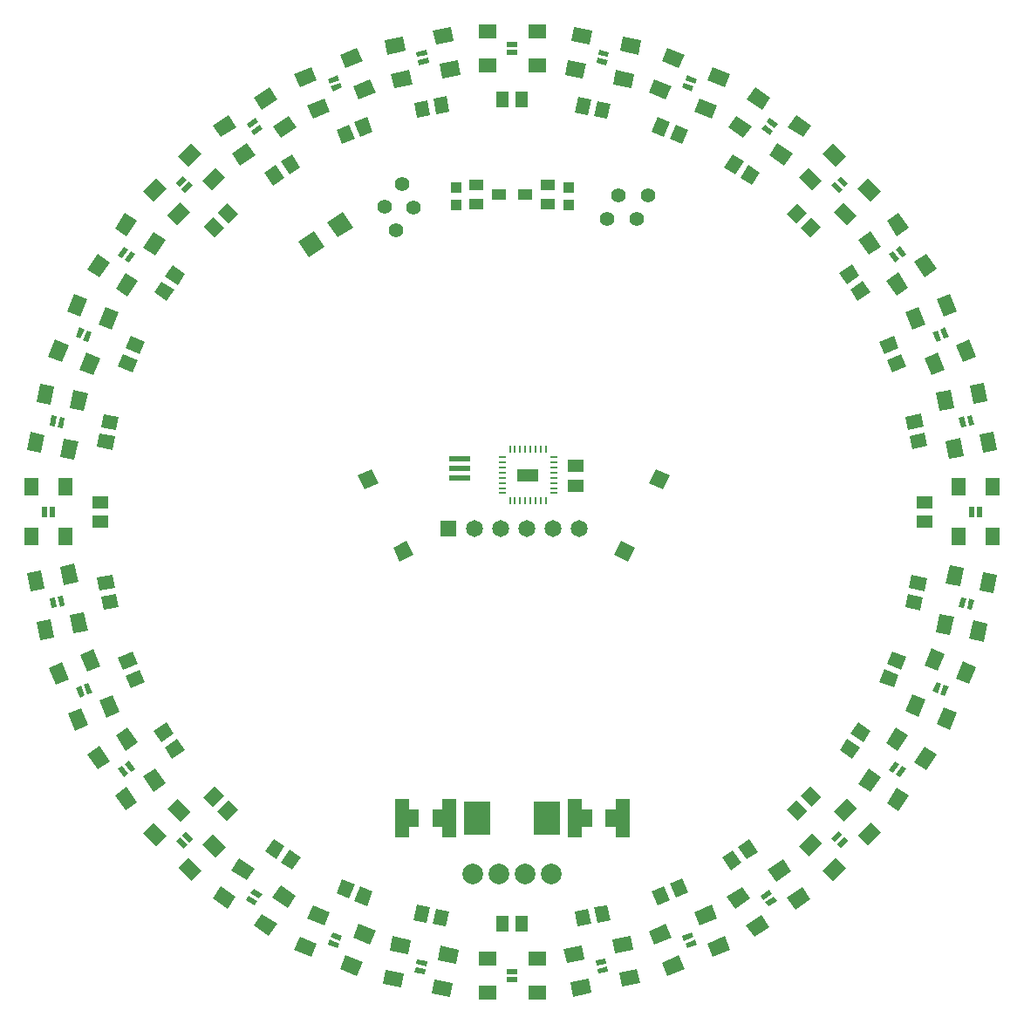
<source format=gbs>
%FSLAX34Y34*%
G04 Gerber Fmt 3.4, Leading zero omitted, Abs format*
G04 (created by PCBNEW (2014-06-29 BZR 4957)-product) date Tue 15 Jul 2014 06:01:12 PM CEST*
%MOIN*%
G01*
G70*
G90*
G04 APERTURE LIST*
%ADD10C,0.003937*%
%ADD11C,0.055118*%
%ADD12C,0.078740*%
%ADD13R,0.098400X0.129900*%
%ADD14R,0.070866X0.070866*%
%ADD15R,0.055118X0.149606*%
%ADD16R,0.010000X0.030000*%
%ADD17R,0.030000X0.010000*%
%ADD18R,0.078740X0.049213*%
%ADD19R,0.064961X0.064961*%
%ADD20C,0.064961*%
%ADD21R,0.059000X0.051100*%
%ADD22R,0.051100X0.059000*%
%ADD23R,0.078740X0.023622*%
%ADD24R,0.055118X0.070866*%
%ADD25R,0.019685X0.039370*%
%ADD26R,0.070866X0.055118*%
%ADD27R,0.039370X0.019685*%
%ADD28R,0.055118X0.039370*%
%ADD29R,0.043300X0.039300*%
G04 APERTURE END LIST*
G54D10*
G54D11*
X64246Y-25308D03*
X63128Y-25319D03*
X63808Y-26207D03*
X62690Y-26218D03*
X54845Y-24870D03*
X54165Y-25758D03*
X55283Y-25769D03*
X54603Y-26657D03*
G54D12*
X57562Y-51232D03*
X58562Y-51232D03*
X59562Y-51232D03*
X60562Y-51232D03*
G54D13*
X57716Y-49094D03*
X60394Y-49094D03*
G54D14*
X56338Y-49094D03*
X55157Y-49094D03*
G54D15*
X56653Y-49094D03*
X54842Y-49094D03*
G54D14*
X61771Y-49094D03*
X62952Y-49094D03*
G54D15*
X61456Y-49094D03*
X63267Y-49094D03*
G54D16*
X59161Y-36984D03*
X59358Y-36984D03*
X59555Y-36984D03*
X58964Y-36984D03*
G54D17*
X58669Y-36689D03*
X58669Y-36492D03*
X58669Y-36295D03*
X58669Y-36098D03*
X58669Y-35902D03*
X58669Y-35705D03*
X58669Y-35508D03*
X58669Y-35311D03*
G54D16*
X60342Y-35016D03*
X58964Y-35016D03*
X59161Y-35016D03*
X59358Y-35016D03*
X59555Y-35016D03*
X59751Y-35016D03*
X59948Y-35016D03*
X60145Y-35016D03*
G54D17*
X60637Y-35311D03*
X60637Y-35508D03*
X60637Y-35705D03*
X60637Y-35902D03*
X60637Y-36098D03*
X60637Y-36295D03*
X60637Y-36492D03*
X60637Y-36689D03*
G54D16*
X60342Y-36984D03*
X60145Y-36984D03*
X59948Y-36984D03*
X59751Y-36984D03*
G54D18*
X59653Y-36000D03*
G54D19*
X56606Y-38047D03*
G54D20*
X57606Y-38047D03*
X58606Y-38047D03*
X59606Y-38047D03*
X60606Y-38047D03*
X61606Y-38047D03*
G54D10*
G36*
X56543Y-21516D02*
X56659Y-22095D01*
X56158Y-22195D01*
X56042Y-21616D01*
X56543Y-21516D01*
X56543Y-21516D01*
G37*
G36*
X55810Y-21663D02*
X55925Y-22241D01*
X55424Y-22341D01*
X55309Y-21763D01*
X55810Y-21663D01*
X55810Y-21663D01*
G37*
G36*
X53500Y-22321D02*
X53725Y-22866D01*
X53253Y-23061D01*
X53028Y-22516D01*
X53500Y-22321D01*
X53500Y-22321D01*
G37*
G36*
X52809Y-22607D02*
X53034Y-23152D01*
X52562Y-23348D01*
X52337Y-22803D01*
X52809Y-22607D01*
X52809Y-22607D01*
G37*
G36*
X50634Y-23735D02*
X50962Y-24225D01*
X50538Y-24509D01*
X50209Y-24019D01*
X50634Y-23735D01*
X50634Y-23735D01*
G37*
G36*
X50013Y-24151D02*
X50341Y-24641D01*
X49916Y-24926D01*
X49588Y-24435D01*
X50013Y-24151D01*
X50013Y-24151D01*
G37*
G36*
X48149Y-25606D02*
X48567Y-26023D01*
X48205Y-26384D01*
X47788Y-25967D01*
X48149Y-25606D01*
X48149Y-25606D01*
G37*
G36*
X47620Y-26135D02*
X48038Y-26552D01*
X47676Y-26913D01*
X47259Y-26496D01*
X47620Y-26135D01*
X47620Y-26135D01*
G37*
G36*
X46068Y-27974D02*
X46559Y-28301D01*
X46275Y-28726D01*
X45784Y-28399D01*
X46068Y-27974D01*
X46068Y-27974D01*
G37*
G36*
X45653Y-28596D02*
X46144Y-28923D01*
X45860Y-29348D01*
X45369Y-29021D01*
X45653Y-28596D01*
X45653Y-28596D01*
G37*
G36*
X44476Y-30683D02*
X45021Y-30909D01*
X44825Y-31381D01*
X44280Y-31155D01*
X44476Y-30683D01*
X44476Y-30683D01*
G37*
G36*
X44189Y-31374D02*
X44735Y-31600D01*
X44539Y-32072D01*
X43994Y-31846D01*
X44189Y-31374D01*
X44189Y-31374D01*
G37*
G36*
X43435Y-33675D02*
X44014Y-33790D01*
X43914Y-34291D01*
X43335Y-34176D01*
X43435Y-33675D01*
X43435Y-33675D01*
G37*
G36*
X43289Y-34409D02*
X43868Y-34523D01*
X43769Y-35025D01*
X43190Y-34910D01*
X43289Y-34409D01*
X43289Y-34409D01*
G37*
G54D21*
X43307Y-37027D03*
X43307Y-37775D03*
G54D10*
G36*
X43189Y-39912D02*
X43768Y-39797D01*
X43868Y-40298D01*
X43289Y-40414D01*
X43189Y-39912D01*
X43189Y-39912D01*
G37*
G36*
X43336Y-40646D02*
X43914Y-40530D01*
X44014Y-41031D01*
X43436Y-41147D01*
X43336Y-40646D01*
X43336Y-40646D01*
G37*
G36*
X43994Y-42976D02*
X44539Y-42750D01*
X44735Y-43222D01*
X44189Y-43448D01*
X43994Y-42976D01*
X43994Y-42976D01*
G37*
G36*
X44280Y-43667D02*
X44825Y-43441D01*
X45021Y-43913D01*
X44476Y-44139D01*
X44280Y-43667D01*
X44280Y-43667D01*
G37*
G36*
X45349Y-45782D02*
X45839Y-45454D01*
X46124Y-45879D01*
X45633Y-46207D01*
X45349Y-45782D01*
X45349Y-45782D01*
G37*
G36*
X45765Y-46404D02*
X46255Y-46076D01*
X46540Y-46500D01*
X46049Y-46828D01*
X45765Y-46404D01*
X45765Y-46404D01*
G37*
G36*
X47259Y-48306D02*
X47676Y-47889D01*
X48038Y-48250D01*
X47620Y-48668D01*
X47259Y-48306D01*
X47259Y-48306D01*
G37*
G36*
X47788Y-48835D02*
X48205Y-48418D01*
X48567Y-48779D01*
X48149Y-49197D01*
X47788Y-48835D01*
X47788Y-48835D01*
G37*
G36*
X49607Y-50388D02*
X49935Y-49897D01*
X50360Y-50180D01*
X50033Y-50671D01*
X49607Y-50388D01*
X49607Y-50388D01*
G37*
G36*
X50230Y-50803D02*
X50557Y-50312D01*
X50982Y-50595D01*
X50655Y-51086D01*
X50230Y-50803D01*
X50230Y-50803D01*
G37*
G36*
X52337Y-51980D02*
X52562Y-51435D01*
X53034Y-51630D01*
X52809Y-52176D01*
X52337Y-51980D01*
X52337Y-51980D01*
G37*
G36*
X53028Y-52266D02*
X53253Y-51721D01*
X53725Y-51917D01*
X53500Y-52462D01*
X53028Y-52266D01*
X53028Y-52266D01*
G37*
G36*
X55289Y-53001D02*
X55404Y-52422D01*
X55905Y-52522D01*
X55791Y-53101D01*
X55289Y-53001D01*
X55289Y-53001D01*
G37*
G36*
X56023Y-53147D02*
X56138Y-52568D01*
X56639Y-52667D01*
X56524Y-53246D01*
X56023Y-53147D01*
X56023Y-53147D01*
G37*
G36*
X61563Y-53243D02*
X61452Y-52664D01*
X61953Y-52567D01*
X62065Y-53146D01*
X61563Y-53243D01*
X61563Y-53243D01*
G37*
G36*
X62298Y-53101D02*
X62186Y-52522D01*
X62688Y-52425D01*
X62799Y-53005D01*
X62298Y-53101D01*
X62298Y-53101D01*
G37*
G54D22*
X58681Y-53149D03*
X59429Y-53149D03*
G54D10*
G36*
X64612Y-52445D02*
X64384Y-51901D01*
X64855Y-51703D01*
X65083Y-52247D01*
X64612Y-52445D01*
X64612Y-52445D01*
G37*
G36*
X65302Y-52155D02*
X65073Y-51611D01*
X65544Y-51413D01*
X65773Y-51957D01*
X65302Y-52155D01*
X65302Y-52155D01*
G37*
G36*
X67398Y-51108D02*
X67069Y-50619D01*
X67492Y-50333D01*
X67822Y-50822D01*
X67398Y-51108D01*
X67398Y-51108D01*
G37*
G36*
X68019Y-50690D02*
X67689Y-50200D01*
X68112Y-49915D01*
X68442Y-50404D01*
X68019Y-50690D01*
X68019Y-50690D01*
G37*
G36*
X69960Y-49197D02*
X69543Y-48779D01*
X69904Y-48418D01*
X70321Y-48835D01*
X69960Y-49197D01*
X69960Y-49197D01*
G37*
G36*
X70489Y-48668D02*
X70072Y-48250D01*
X70433Y-47889D01*
X70850Y-48306D01*
X70489Y-48668D01*
X70489Y-48668D01*
G37*
G36*
X72060Y-46828D02*
X71570Y-46500D01*
X71854Y-46076D01*
X72344Y-46404D01*
X72060Y-46828D01*
X72060Y-46828D01*
G37*
G36*
X72476Y-46207D02*
X71986Y-45879D01*
X72270Y-45454D01*
X72760Y-45782D01*
X72476Y-46207D01*
X72476Y-46207D01*
G37*
G36*
X73634Y-44119D02*
X73088Y-43893D01*
X73284Y-43421D01*
X73829Y-43647D01*
X73634Y-44119D01*
X73634Y-44119D01*
G37*
G36*
X73920Y-43428D02*
X73375Y-43202D01*
X73570Y-42730D01*
X74115Y-42956D01*
X73920Y-43428D01*
X73920Y-43428D01*
G37*
G36*
X74654Y-41167D02*
X74075Y-41051D01*
X74175Y-40550D01*
X74754Y-40666D01*
X74654Y-41167D01*
X74654Y-41167D01*
G37*
G36*
X74800Y-40433D02*
X74222Y-40318D01*
X74322Y-39817D01*
X74900Y-39932D01*
X74800Y-40433D01*
X74800Y-40433D01*
G37*
G54D21*
X74803Y-37775D03*
X74803Y-37027D03*
G54D10*
G36*
X74919Y-34890D02*
X74340Y-35005D01*
X74241Y-34504D01*
X74820Y-34389D01*
X74919Y-34890D01*
X74919Y-34890D01*
G37*
G36*
X74774Y-34157D02*
X74195Y-34271D01*
X74096Y-33770D01*
X74674Y-33655D01*
X74774Y-34157D01*
X74774Y-34157D01*
G37*
G36*
X74115Y-31846D02*
X73570Y-32072D01*
X73375Y-31600D01*
X73920Y-31374D01*
X74115Y-31846D01*
X74115Y-31846D01*
G37*
G36*
X73829Y-31155D02*
X73284Y-31381D01*
X73088Y-30909D01*
X73634Y-30683D01*
X73829Y-31155D01*
X73829Y-31155D01*
G37*
G36*
X72740Y-29000D02*
X72250Y-29328D01*
X71966Y-28904D01*
X72456Y-28576D01*
X72740Y-29000D01*
X72740Y-29000D01*
G37*
G36*
X72324Y-28379D02*
X71834Y-28707D01*
X71550Y-28282D01*
X72040Y-27954D01*
X72324Y-28379D01*
X72324Y-28379D01*
G37*
G36*
X70850Y-26496D02*
X70433Y-26913D01*
X70072Y-26552D01*
X70489Y-26135D01*
X70850Y-26496D01*
X70850Y-26496D01*
G37*
G36*
X70321Y-25967D02*
X69904Y-26384D01*
X69543Y-26023D01*
X69960Y-25606D01*
X70321Y-25967D01*
X70321Y-25967D01*
G37*
G36*
X68522Y-24429D02*
X68198Y-24922D01*
X67771Y-24642D01*
X68095Y-24149D01*
X68522Y-24429D01*
X68522Y-24429D01*
G37*
G36*
X67897Y-24019D02*
X67573Y-24512D01*
X67146Y-24231D01*
X67470Y-23738D01*
X67897Y-24019D01*
X67897Y-24019D01*
G37*
G36*
X65773Y-22803D02*
X65547Y-23348D01*
X65075Y-23152D01*
X65301Y-22607D01*
X65773Y-22803D01*
X65773Y-22803D01*
G37*
G36*
X65082Y-22516D02*
X64856Y-23061D01*
X64384Y-22866D01*
X64610Y-22321D01*
X65082Y-22516D01*
X65082Y-22516D01*
G37*
G36*
X62801Y-21802D02*
X62685Y-22381D01*
X62184Y-22281D01*
X62299Y-21702D01*
X62801Y-21802D01*
X62801Y-21802D01*
G37*
G36*
X62067Y-21656D02*
X61951Y-22234D01*
X61450Y-22134D01*
X61566Y-21555D01*
X62067Y-21656D01*
X62067Y-21656D01*
G37*
G54D22*
X59429Y-21653D03*
X58681Y-21653D03*
G54D21*
X61492Y-35645D03*
X61492Y-36393D03*
G54D23*
X57039Y-36114D03*
X57039Y-35740D03*
X57039Y-35366D03*
G54D10*
G36*
X55288Y-39055D02*
X54757Y-39314D01*
X54498Y-38783D01*
X55029Y-38524D01*
X55288Y-39055D01*
X55288Y-39055D01*
G37*
G36*
X53942Y-36295D02*
X53411Y-36554D01*
X53152Y-36023D01*
X53683Y-35764D01*
X53942Y-36295D01*
X53942Y-36295D01*
G37*
G36*
X63478Y-39314D02*
X62947Y-39055D01*
X63206Y-38524D01*
X63737Y-38783D01*
X63478Y-39314D01*
X63478Y-39314D01*
G37*
G36*
X64824Y-36554D02*
X64294Y-36295D01*
X64552Y-35764D01*
X65083Y-36023D01*
X64824Y-36554D01*
X64824Y-36554D01*
G37*
G36*
X51275Y-27667D02*
X50881Y-27078D01*
X51470Y-26683D01*
X51864Y-27272D01*
X51275Y-27667D01*
X51275Y-27667D01*
G37*
G36*
X52387Y-26922D02*
X51993Y-26333D01*
X52582Y-25939D01*
X52976Y-26528D01*
X52387Y-26922D01*
X52387Y-26922D01*
G37*
G36*
X56830Y-19418D02*
X56135Y-19556D01*
X56027Y-19016D01*
X56722Y-18877D01*
X56830Y-19418D01*
X56830Y-19418D01*
G37*
G36*
X57085Y-20692D02*
X56390Y-20830D01*
X56282Y-20290D01*
X56977Y-20151D01*
X57085Y-20692D01*
X57085Y-20692D01*
G37*
G36*
X55232Y-21062D02*
X54537Y-21201D01*
X54429Y-20660D01*
X55124Y-20521D01*
X55232Y-21062D01*
X55232Y-21062D01*
G37*
G36*
X54977Y-19788D02*
X54282Y-19927D01*
X54174Y-19386D01*
X54869Y-19247D01*
X54977Y-19788D01*
X54977Y-19788D01*
G37*
G36*
X55811Y-19942D02*
X55425Y-20020D01*
X55386Y-19826D01*
X55772Y-19749D01*
X55811Y-19942D01*
X55811Y-19942D01*
G37*
G36*
X55873Y-20251D02*
X55487Y-20328D01*
X55448Y-20135D01*
X55834Y-20058D01*
X55873Y-20251D01*
X55873Y-20251D01*
G37*
G36*
X53340Y-20180D02*
X52685Y-20452D01*
X52475Y-19942D01*
X53129Y-19671D01*
X53340Y-20180D01*
X53340Y-20180D01*
G37*
G36*
X53837Y-21381D02*
X53183Y-21652D01*
X52972Y-21143D01*
X53626Y-20871D01*
X53837Y-21381D01*
X53837Y-21381D01*
G37*
G36*
X52091Y-22104D02*
X51437Y-22375D01*
X51226Y-21866D01*
X51880Y-21595D01*
X52091Y-22104D01*
X52091Y-22104D01*
G37*
G36*
X51594Y-20904D02*
X50940Y-21175D01*
X50729Y-20666D01*
X51383Y-20394D01*
X51594Y-20904D01*
X51594Y-20904D01*
G37*
G36*
X52442Y-20893D02*
X52078Y-21044D01*
X52003Y-20862D01*
X52367Y-20711D01*
X52442Y-20893D01*
X52442Y-20893D01*
G37*
G36*
X52563Y-21184D02*
X52199Y-21335D01*
X52124Y-21153D01*
X52487Y-21002D01*
X52563Y-21184D01*
X52563Y-21184D01*
G37*
G36*
X50084Y-21643D02*
X49495Y-22037D01*
X49188Y-21579D01*
X49777Y-21185D01*
X50084Y-21643D01*
X50084Y-21643D01*
G37*
G36*
X50806Y-22723D02*
X50218Y-23117D01*
X49911Y-22659D01*
X50500Y-22265D01*
X50806Y-22723D01*
X50806Y-22723D01*
G37*
G36*
X49236Y-23774D02*
X48647Y-24168D01*
X48341Y-23710D01*
X48929Y-23316D01*
X49236Y-23774D01*
X49236Y-23774D01*
G37*
G36*
X48513Y-22694D02*
X47924Y-23089D01*
X47618Y-22631D01*
X48207Y-22236D01*
X48513Y-22694D01*
X48513Y-22694D01*
G37*
G36*
X49343Y-22518D02*
X49016Y-22737D01*
X48906Y-22574D01*
X49233Y-22355D01*
X49343Y-22518D01*
X49343Y-22518D01*
G37*
G36*
X49518Y-22780D02*
X49191Y-22999D01*
X49081Y-22835D01*
X49409Y-22616D01*
X49518Y-22780D01*
X49518Y-22780D01*
G37*
G36*
X47169Y-23698D02*
X46668Y-24199D01*
X46279Y-23810D01*
X46780Y-23308D01*
X47169Y-23698D01*
X47169Y-23698D01*
G37*
G36*
X48088Y-24617D02*
X47587Y-25118D01*
X47197Y-24728D01*
X47698Y-24227D01*
X48088Y-24617D01*
X48088Y-24617D01*
G37*
G36*
X46752Y-25953D02*
X46251Y-26454D01*
X45861Y-26065D01*
X46362Y-25563D01*
X46752Y-25953D01*
X46752Y-25953D01*
G37*
G36*
X45833Y-25035D02*
X45332Y-25536D01*
X44942Y-25146D01*
X45443Y-24645D01*
X45833Y-25035D01*
X45833Y-25035D01*
G37*
G36*
X46613Y-24700D02*
X46334Y-24979D01*
X46195Y-24840D01*
X46473Y-24561D01*
X46613Y-24700D01*
X46613Y-24700D01*
G37*
G36*
X46835Y-24923D02*
X46557Y-25202D01*
X46418Y-25062D01*
X46696Y-24784D01*
X46835Y-24923D01*
X46835Y-24923D01*
G37*
G36*
X44720Y-26290D02*
X44327Y-26879D01*
X43868Y-26574D01*
X44262Y-25984D01*
X44720Y-26290D01*
X44720Y-26290D01*
G37*
G36*
X45801Y-27011D02*
X45408Y-27600D01*
X44949Y-27294D01*
X45343Y-26705D01*
X45801Y-27011D01*
X45801Y-27011D01*
G37*
G36*
X44753Y-28583D02*
X44359Y-29172D01*
X43901Y-28867D01*
X44294Y-28277D01*
X44753Y-28583D01*
X44753Y-28583D01*
G37*
G36*
X43672Y-27862D02*
X43278Y-28452D01*
X42820Y-28146D01*
X43213Y-27556D01*
X43672Y-27862D01*
X43672Y-27862D01*
G37*
G36*
X44371Y-27382D02*
X44152Y-27709D01*
X43988Y-27600D01*
X44207Y-27272D01*
X44371Y-27382D01*
X44371Y-27382D01*
G37*
G36*
X44633Y-27556D02*
X44414Y-27884D01*
X44250Y-27775D01*
X44469Y-27447D01*
X44633Y-27556D01*
X44633Y-27556D01*
G37*
G36*
X42828Y-29286D02*
X42557Y-29941D01*
X42048Y-29730D01*
X42319Y-29075D01*
X42828Y-29286D01*
X42828Y-29286D01*
G37*
G36*
X44029Y-29783D02*
X43757Y-30438D01*
X43248Y-30227D01*
X43519Y-29572D01*
X44029Y-29783D01*
X44029Y-29783D01*
G37*
G36*
X43305Y-31529D02*
X43034Y-32184D01*
X42525Y-31973D01*
X42796Y-31318D01*
X43305Y-31529D01*
X43305Y-31529D01*
G37*
G36*
X42105Y-31032D02*
X41834Y-31687D01*
X41325Y-31476D01*
X41596Y-30821D01*
X42105Y-31032D01*
X42105Y-31032D01*
G37*
G36*
X42697Y-30425D02*
X42547Y-30789D01*
X42365Y-30713D01*
X42516Y-30350D01*
X42697Y-30425D01*
X42697Y-30425D01*
G37*
G36*
X42988Y-30545D02*
X42838Y-30909D01*
X42656Y-30834D01*
X42807Y-30470D01*
X42988Y-30545D01*
X42988Y-30545D01*
G37*
G36*
X41558Y-32609D02*
X41421Y-33304D01*
X40880Y-33197D01*
X41018Y-32502D01*
X41558Y-32609D01*
X41558Y-32609D01*
G37*
G36*
X42833Y-32861D02*
X42695Y-33557D01*
X42154Y-33450D01*
X42292Y-32754D01*
X42833Y-32861D01*
X42833Y-32861D01*
G37*
G36*
X42466Y-34715D02*
X42328Y-35410D01*
X41787Y-35303D01*
X41925Y-34608D01*
X42466Y-34715D01*
X42466Y-34715D01*
G37*
G36*
X41191Y-34463D02*
X41053Y-35158D01*
X40513Y-35051D01*
X40650Y-34356D01*
X41191Y-34463D01*
X41191Y-34463D01*
G37*
G36*
X41653Y-33752D02*
X41577Y-34138D01*
X41383Y-34100D01*
X41460Y-33713D01*
X41653Y-33752D01*
X41653Y-33752D01*
G37*
G36*
X41962Y-33813D02*
X41886Y-34199D01*
X41692Y-34161D01*
X41769Y-33775D01*
X41962Y-33813D01*
X41962Y-33813D01*
G37*
G54D24*
X40688Y-36456D03*
X41988Y-36456D03*
X41988Y-38346D03*
X40688Y-38346D03*
G54D25*
X41181Y-37401D03*
X41496Y-37401D03*
G54D10*
G36*
X41051Y-39645D02*
X41190Y-40340D01*
X40650Y-40448D01*
X40511Y-39753D01*
X41051Y-39645D01*
X41051Y-39645D01*
G37*
G36*
X42325Y-39391D02*
X42464Y-40086D01*
X41924Y-40194D01*
X41785Y-39499D01*
X42325Y-39391D01*
X42325Y-39391D01*
G37*
G36*
X42696Y-41244D02*
X42835Y-41939D01*
X42294Y-42047D01*
X42155Y-41352D01*
X42696Y-41244D01*
X42696Y-41244D01*
G37*
G36*
X41422Y-41498D02*
X41561Y-42193D01*
X41020Y-42301D01*
X40881Y-41606D01*
X41422Y-41498D01*
X41422Y-41498D01*
G37*
G36*
X41576Y-40664D02*
X41653Y-41051D01*
X41460Y-41089D01*
X41383Y-40703D01*
X41576Y-40664D01*
X41576Y-40664D01*
G37*
G36*
X41885Y-40603D02*
X41962Y-40989D01*
X41769Y-41027D01*
X41692Y-40641D01*
X41885Y-40603D01*
X41885Y-40603D01*
G37*
G36*
X41854Y-43155D02*
X42125Y-43810D01*
X41616Y-44021D01*
X41344Y-43366D01*
X41854Y-43155D01*
X41854Y-43155D01*
G37*
G36*
X43054Y-42658D02*
X43325Y-43312D01*
X42816Y-43523D01*
X42545Y-42869D01*
X43054Y-42658D01*
X43054Y-42658D01*
G37*
G36*
X43777Y-44404D02*
X44048Y-45058D01*
X43539Y-45269D01*
X43268Y-44615D01*
X43777Y-44404D01*
X43777Y-44404D01*
G37*
G36*
X42577Y-44901D02*
X42848Y-45556D01*
X42339Y-45766D01*
X42068Y-45112D01*
X42577Y-44901D01*
X42577Y-44901D01*
G37*
G36*
X42566Y-44053D02*
X42717Y-44417D01*
X42535Y-44492D01*
X42385Y-44128D01*
X42566Y-44053D01*
X42566Y-44053D01*
G37*
G36*
X42857Y-43932D02*
X43008Y-44296D01*
X42826Y-44371D01*
X42676Y-44008D01*
X42857Y-43932D01*
X42857Y-43932D01*
G37*
G36*
X43277Y-46352D02*
X43671Y-46941D01*
X43213Y-47248D01*
X42819Y-46659D01*
X43277Y-46352D01*
X43277Y-46352D01*
G37*
G36*
X44357Y-45630D02*
X44751Y-46218D01*
X44293Y-46525D01*
X43899Y-45936D01*
X44357Y-45630D01*
X44357Y-45630D01*
G37*
G36*
X45408Y-47200D02*
X45802Y-47789D01*
X45344Y-48095D01*
X44950Y-47507D01*
X45408Y-47200D01*
X45408Y-47200D01*
G37*
G36*
X44328Y-47923D02*
X44722Y-48512D01*
X44264Y-48818D01*
X43870Y-48229D01*
X44328Y-47923D01*
X44328Y-47923D01*
G37*
G36*
X44152Y-47093D02*
X44371Y-47420D01*
X44207Y-47530D01*
X43988Y-47203D01*
X44152Y-47093D01*
X44152Y-47093D01*
G37*
G36*
X44414Y-46918D02*
X44633Y-47245D01*
X44469Y-47355D01*
X44250Y-47027D01*
X44414Y-46918D01*
X44414Y-46918D01*
G37*
G36*
X45352Y-49286D02*
X45853Y-49787D01*
X45463Y-50177D01*
X44962Y-49676D01*
X45352Y-49286D01*
X45352Y-49286D01*
G37*
G36*
X46270Y-48368D02*
X46772Y-48869D01*
X46382Y-49258D01*
X45881Y-48757D01*
X46270Y-48368D01*
X46270Y-48368D01*
G37*
G36*
X47607Y-49704D02*
X48108Y-50205D01*
X47718Y-50595D01*
X47217Y-50094D01*
X47607Y-49704D01*
X47607Y-49704D01*
G37*
G36*
X46688Y-50622D02*
X47189Y-51124D01*
X46799Y-51513D01*
X46298Y-51012D01*
X46688Y-50622D01*
X46688Y-50622D01*
G37*
G36*
X46354Y-49843D02*
X46632Y-50121D01*
X46493Y-50261D01*
X46215Y-49982D01*
X46354Y-49843D01*
X46354Y-49843D01*
G37*
G36*
X46577Y-49620D02*
X46855Y-49899D01*
X46716Y-50038D01*
X46437Y-49759D01*
X46577Y-49620D01*
X46577Y-49620D01*
G37*
G36*
X47904Y-51716D02*
X48494Y-52109D01*
X48188Y-52568D01*
X47598Y-52174D01*
X47904Y-51716D01*
X47904Y-51716D01*
G37*
G36*
X48625Y-50635D02*
X49214Y-51028D01*
X48909Y-51487D01*
X48319Y-51093D01*
X48625Y-50635D01*
X48625Y-50635D01*
G37*
G36*
X50197Y-51683D02*
X50787Y-52077D01*
X50481Y-52535D01*
X49891Y-52142D01*
X50197Y-51683D01*
X50197Y-51683D01*
G37*
G36*
X49476Y-52764D02*
X50066Y-53158D01*
X49760Y-53616D01*
X49170Y-53223D01*
X49476Y-52764D01*
X49476Y-52764D01*
G37*
G36*
X48996Y-52065D02*
X49323Y-52284D01*
X49214Y-52448D01*
X48887Y-52229D01*
X48996Y-52065D01*
X48996Y-52065D01*
G37*
G36*
X49171Y-51803D02*
X49498Y-52022D01*
X49389Y-52186D01*
X49061Y-51967D01*
X49171Y-51803D01*
X49171Y-51803D01*
G37*
G36*
X50940Y-53627D02*
X51594Y-53899D01*
X51383Y-54408D01*
X50729Y-54137D01*
X50940Y-53627D01*
X50940Y-53627D01*
G37*
G36*
X51437Y-52427D02*
X52091Y-52698D01*
X51880Y-53207D01*
X51226Y-52936D01*
X51437Y-52427D01*
X51437Y-52427D01*
G37*
G36*
X53183Y-53150D02*
X53837Y-53421D01*
X53626Y-53931D01*
X52972Y-53659D01*
X53183Y-53150D01*
X53183Y-53150D01*
G37*
G36*
X52685Y-54351D02*
X53340Y-54622D01*
X53129Y-55131D01*
X52475Y-54860D01*
X52685Y-54351D01*
X52685Y-54351D01*
G37*
G36*
X52078Y-53758D02*
X52442Y-53909D01*
X52367Y-54091D01*
X52003Y-53940D01*
X52078Y-53758D01*
X52078Y-53758D01*
G37*
G36*
X52199Y-53467D02*
X52563Y-53618D01*
X52487Y-53800D01*
X52124Y-53649D01*
X52199Y-53467D01*
X52199Y-53467D01*
G37*
G36*
X54223Y-54898D02*
X54918Y-55035D01*
X54811Y-55576D01*
X54116Y-55438D01*
X54223Y-54898D01*
X54223Y-54898D01*
G37*
G36*
X54476Y-53623D02*
X55171Y-53761D01*
X55064Y-54301D01*
X54369Y-54164D01*
X54476Y-53623D01*
X54476Y-53623D01*
G37*
G36*
X56329Y-53990D02*
X57025Y-54128D01*
X56917Y-54668D01*
X56222Y-54531D01*
X56329Y-53990D01*
X56329Y-53990D01*
G37*
G36*
X56077Y-55265D02*
X56772Y-55402D01*
X56665Y-55943D01*
X55970Y-55805D01*
X56077Y-55265D01*
X56077Y-55265D01*
G37*
G36*
X55366Y-54803D02*
X55752Y-54879D01*
X55714Y-55072D01*
X55328Y-54996D01*
X55366Y-54803D01*
X55366Y-54803D01*
G37*
G36*
X55427Y-54494D02*
X55813Y-54570D01*
X55775Y-54763D01*
X55389Y-54687D01*
X55427Y-54494D01*
X55427Y-54494D01*
G37*
G54D26*
X58110Y-55767D03*
X58110Y-54468D03*
X60000Y-54468D03*
X60000Y-55767D03*
G54D27*
X59055Y-55275D03*
X59055Y-54960D03*
G54D10*
G36*
X61282Y-55391D02*
X61977Y-55248D01*
X62087Y-55788D01*
X61393Y-55931D01*
X61282Y-55391D01*
X61282Y-55391D01*
G37*
G36*
X61021Y-54118D02*
X61715Y-53976D01*
X61826Y-54516D01*
X61132Y-54658D01*
X61021Y-54118D01*
X61021Y-54118D01*
G37*
G36*
X62872Y-53738D02*
X63566Y-53596D01*
X63677Y-54136D01*
X62983Y-54278D01*
X62872Y-53738D01*
X62872Y-53738D01*
G37*
G36*
X63134Y-55011D02*
X63828Y-54868D01*
X63939Y-55408D01*
X63244Y-55551D01*
X63134Y-55011D01*
X63134Y-55011D01*
G37*
G36*
X62299Y-54861D02*
X62685Y-54782D01*
X62724Y-54974D01*
X62338Y-55054D01*
X62299Y-54861D01*
X62299Y-54861D01*
G37*
G36*
X62236Y-54552D02*
X62621Y-54473D01*
X62661Y-54666D01*
X62275Y-54745D01*
X62236Y-54552D01*
X62236Y-54552D01*
G37*
G36*
X64774Y-54627D02*
X65427Y-54353D01*
X65640Y-54861D01*
X64987Y-55135D01*
X64774Y-54627D01*
X64774Y-54627D01*
G37*
G36*
X64270Y-53430D02*
X64923Y-53155D01*
X65137Y-53663D01*
X64484Y-53938D01*
X64270Y-53430D01*
X64270Y-53430D01*
G37*
G36*
X66012Y-52697D02*
X66665Y-52423D01*
X66879Y-52931D01*
X66226Y-53205D01*
X66012Y-52697D01*
X66012Y-52697D01*
G37*
G36*
X66516Y-53895D02*
X67169Y-53620D01*
X67382Y-54128D01*
X66729Y-54403D01*
X66516Y-53895D01*
X66516Y-53895D01*
G37*
G36*
X65668Y-53910D02*
X66031Y-53757D01*
X66107Y-53939D01*
X65744Y-54091D01*
X65668Y-53910D01*
X65668Y-53910D01*
G37*
G36*
X65546Y-53619D02*
X65909Y-53467D01*
X65985Y-53648D01*
X65622Y-53801D01*
X65546Y-53619D01*
X65546Y-53619D01*
G37*
G36*
X67990Y-53201D02*
X68577Y-52805D01*
X68886Y-53262D01*
X68298Y-53658D01*
X67990Y-53201D01*
X67990Y-53201D01*
G37*
G36*
X67263Y-52124D02*
X67851Y-51728D01*
X68159Y-52185D01*
X67572Y-52581D01*
X67263Y-52124D01*
X67263Y-52124D01*
G37*
G36*
X68830Y-51068D02*
X69418Y-50671D01*
X69726Y-51128D01*
X69138Y-51525D01*
X68830Y-51068D01*
X68830Y-51068D01*
G37*
G36*
X69557Y-52145D02*
X70144Y-51748D01*
X70452Y-52205D01*
X69865Y-52602D01*
X69557Y-52145D01*
X69557Y-52145D01*
G37*
G36*
X68728Y-52324D02*
X69054Y-52104D01*
X69164Y-52267D01*
X68838Y-52487D01*
X68728Y-52324D01*
X68728Y-52324D01*
G37*
G36*
X68551Y-52063D02*
X68878Y-51843D01*
X68988Y-52006D01*
X68662Y-52226D01*
X68551Y-52063D01*
X68551Y-52063D01*
G37*
G36*
X70922Y-51105D02*
X71422Y-50603D01*
X71813Y-50992D01*
X71313Y-51494D01*
X70922Y-51105D01*
X70922Y-51105D01*
G37*
G36*
X70002Y-50188D02*
X70502Y-49686D01*
X70893Y-50075D01*
X70392Y-50577D01*
X70002Y-50188D01*
X70002Y-50188D01*
G37*
G36*
X71336Y-48849D02*
X71836Y-48347D01*
X72226Y-48736D01*
X71726Y-49238D01*
X71336Y-48849D01*
X71336Y-48849D01*
G37*
G36*
X72256Y-49766D02*
X72756Y-49264D01*
X73147Y-49654D01*
X72647Y-50156D01*
X72256Y-49766D01*
X72256Y-49766D01*
G37*
G36*
X71477Y-50102D02*
X71755Y-49823D01*
X71895Y-49962D01*
X71617Y-50241D01*
X71477Y-50102D01*
X71477Y-50102D01*
G37*
G36*
X71254Y-49880D02*
X71532Y-49601D01*
X71671Y-49740D01*
X71394Y-50019D01*
X71254Y-49880D01*
X71254Y-49880D01*
G37*
G36*
X73369Y-48532D02*
X73763Y-47942D01*
X74221Y-48248D01*
X73828Y-48838D01*
X73369Y-48532D01*
X73369Y-48532D01*
G37*
G36*
X72288Y-47811D02*
X72682Y-47222D01*
X73140Y-47527D01*
X72747Y-48117D01*
X72288Y-47811D01*
X72288Y-47811D01*
G37*
G36*
X73337Y-46239D02*
X73730Y-45649D01*
X74189Y-45955D01*
X73796Y-46545D01*
X73337Y-46239D01*
X73337Y-46239D01*
G37*
G36*
X74418Y-46960D02*
X74811Y-46370D01*
X75270Y-46676D01*
X74876Y-47266D01*
X74418Y-46960D01*
X74418Y-46960D01*
G37*
G36*
X73719Y-47440D02*
X73937Y-47113D01*
X74101Y-47222D01*
X73883Y-47549D01*
X73719Y-47440D01*
X73719Y-47440D01*
G37*
G36*
X73457Y-47265D02*
X73675Y-46938D01*
X73839Y-47047D01*
X73621Y-47375D01*
X73457Y-47265D01*
X73457Y-47265D01*
G37*
G36*
X75281Y-45516D02*
X75552Y-44861D01*
X76061Y-45072D01*
X75790Y-45727D01*
X75281Y-45516D01*
X75281Y-45516D01*
G37*
G36*
X74081Y-45019D02*
X74352Y-44364D01*
X74861Y-44575D01*
X74590Y-45230D01*
X74081Y-45019D01*
X74081Y-45019D01*
G37*
G36*
X74804Y-43273D02*
X75075Y-42618D01*
X75584Y-42829D01*
X75313Y-43484D01*
X74804Y-43273D01*
X74804Y-43273D01*
G37*
G36*
X76004Y-43770D02*
X76275Y-43116D01*
X76785Y-43326D01*
X76513Y-43981D01*
X76004Y-43770D01*
X76004Y-43770D01*
G37*
G36*
X75412Y-44377D02*
X75562Y-44013D01*
X75744Y-44089D01*
X75594Y-44453D01*
X75412Y-44377D01*
X75412Y-44377D01*
G37*
G36*
X75121Y-44257D02*
X75271Y-43893D01*
X75453Y-43968D01*
X75303Y-44332D01*
X75121Y-44257D01*
X75121Y-44257D01*
G37*
G36*
X76529Y-42252D02*
X76668Y-41557D01*
X77208Y-41665D01*
X77070Y-42360D01*
X76529Y-42252D01*
X76529Y-42252D01*
G37*
G36*
X75255Y-41998D02*
X75394Y-41303D01*
X75934Y-41411D01*
X75795Y-42106D01*
X75255Y-41998D01*
X75255Y-41998D01*
G37*
G36*
X75625Y-40145D02*
X75764Y-39450D01*
X76305Y-39558D01*
X76166Y-40253D01*
X75625Y-40145D01*
X75625Y-40145D01*
G37*
G36*
X76899Y-40399D02*
X77038Y-39704D01*
X77579Y-39812D01*
X77440Y-40507D01*
X76899Y-40399D01*
X76899Y-40399D01*
G37*
G36*
X76436Y-41110D02*
X76513Y-40724D01*
X76706Y-40762D01*
X76629Y-41148D01*
X76436Y-41110D01*
X76436Y-41110D01*
G37*
G36*
X76127Y-41048D02*
X76204Y-40662D01*
X76397Y-40700D01*
X76320Y-41086D01*
X76127Y-41048D01*
X76127Y-41048D01*
G37*
G54D24*
X77421Y-38346D03*
X76122Y-38346D03*
X76122Y-36456D03*
X77421Y-36456D03*
G54D25*
X76929Y-37401D03*
X76614Y-37401D03*
G54D10*
G36*
X77036Y-35138D02*
X76898Y-34443D01*
X77439Y-34336D01*
X77577Y-35031D01*
X77036Y-35138D01*
X77036Y-35138D01*
G37*
G36*
X75762Y-35391D02*
X75624Y-34696D01*
X76165Y-34588D01*
X76302Y-35284D01*
X75762Y-35391D01*
X75762Y-35391D01*
G37*
G36*
X75395Y-33537D02*
X75257Y-32842D01*
X75798Y-32735D01*
X75935Y-33430D01*
X75395Y-33537D01*
X75395Y-33537D01*
G37*
G36*
X76669Y-33285D02*
X76531Y-32589D01*
X77072Y-32482D01*
X77210Y-33177D01*
X76669Y-33285D01*
X76669Y-33285D01*
G37*
G36*
X76513Y-34118D02*
X76437Y-33732D01*
X76630Y-33694D01*
X76706Y-34080D01*
X76513Y-34118D01*
X76513Y-34118D01*
G37*
G36*
X76204Y-34179D02*
X76128Y-33793D01*
X76321Y-33755D01*
X76397Y-34141D01*
X76204Y-34179D01*
X76204Y-34179D01*
G37*
G36*
X76273Y-31688D02*
X76003Y-31033D01*
X76513Y-30823D01*
X76783Y-31478D01*
X76273Y-31688D01*
X76273Y-31688D01*
G37*
G36*
X75072Y-32183D02*
X74802Y-31528D01*
X75312Y-31318D01*
X75582Y-31973D01*
X75072Y-32183D01*
X75072Y-32183D01*
G37*
G36*
X74352Y-30436D02*
X74082Y-29781D01*
X74592Y-29571D01*
X74862Y-30226D01*
X74352Y-30436D01*
X74352Y-30436D01*
G37*
G36*
X75553Y-29941D02*
X75283Y-29286D01*
X75793Y-29076D01*
X76063Y-29731D01*
X75553Y-29941D01*
X75553Y-29941D01*
G37*
G36*
X75562Y-30789D02*
X75412Y-30425D01*
X75594Y-30350D01*
X75744Y-30714D01*
X75562Y-30789D01*
X75562Y-30789D01*
G37*
G36*
X75271Y-30909D02*
X75121Y-30545D01*
X75303Y-30470D01*
X75453Y-30834D01*
X75271Y-30909D01*
X75271Y-30909D01*
G37*
G36*
X74813Y-28430D02*
X74418Y-27841D01*
X74876Y-27535D01*
X75271Y-28123D01*
X74813Y-28430D01*
X74813Y-28430D01*
G37*
G36*
X73733Y-29153D02*
X73339Y-28564D01*
X73797Y-28257D01*
X74191Y-28846D01*
X73733Y-29153D01*
X73733Y-29153D01*
G37*
G36*
X72682Y-27582D02*
X72287Y-26994D01*
X72745Y-26687D01*
X73140Y-27276D01*
X72682Y-27582D01*
X72682Y-27582D01*
G37*
G36*
X73761Y-26860D02*
X73367Y-26271D01*
X73825Y-25964D01*
X74219Y-26553D01*
X73761Y-26860D01*
X73761Y-26860D01*
G37*
G36*
X73938Y-27689D02*
X73719Y-27362D01*
X73882Y-27253D01*
X74101Y-27580D01*
X73938Y-27689D01*
X73938Y-27689D01*
G37*
G36*
X73676Y-27864D02*
X73457Y-27537D01*
X73620Y-27428D01*
X73839Y-27755D01*
X73676Y-27864D01*
X73676Y-27864D01*
G37*
G36*
X72757Y-25536D02*
X72256Y-25035D01*
X72646Y-24645D01*
X73147Y-25146D01*
X72757Y-25536D01*
X72757Y-25536D01*
G37*
G36*
X71839Y-26454D02*
X71338Y-25953D01*
X71727Y-25563D01*
X72229Y-26065D01*
X71839Y-26454D01*
X71839Y-26454D01*
G37*
G36*
X70503Y-25118D02*
X70001Y-24617D01*
X70391Y-24227D01*
X70892Y-24728D01*
X70503Y-25118D01*
X70503Y-25118D01*
G37*
G36*
X71421Y-24199D02*
X70920Y-23698D01*
X71310Y-23308D01*
X71811Y-23810D01*
X71421Y-24199D01*
X71421Y-24199D01*
G37*
G36*
X71755Y-24979D02*
X71477Y-24700D01*
X71616Y-24561D01*
X71894Y-24840D01*
X71755Y-24979D01*
X71755Y-24979D01*
G37*
G36*
X71533Y-25202D02*
X71254Y-24923D01*
X71393Y-24784D01*
X71672Y-25062D01*
X71533Y-25202D01*
X71533Y-25202D01*
G37*
G36*
X70185Y-23089D02*
X69596Y-22694D01*
X69903Y-22236D01*
X70491Y-22631D01*
X70185Y-23089D01*
X70185Y-23089D01*
G37*
G36*
X69462Y-24168D02*
X68873Y-23774D01*
X69180Y-23316D01*
X69769Y-23710D01*
X69462Y-24168D01*
X69462Y-24168D01*
G37*
G36*
X67892Y-23117D02*
X67303Y-22723D01*
X67609Y-22265D01*
X68198Y-22659D01*
X67892Y-23117D01*
X67892Y-23117D01*
G37*
G36*
X68614Y-22037D02*
X68026Y-21643D01*
X68332Y-21185D01*
X68921Y-21579D01*
X68614Y-22037D01*
X68614Y-22037D01*
G37*
G36*
X69094Y-22737D02*
X68766Y-22518D01*
X68876Y-22355D01*
X69203Y-22574D01*
X69094Y-22737D01*
X69094Y-22737D01*
G37*
G36*
X68918Y-22999D02*
X68591Y-22780D01*
X68701Y-22616D01*
X69028Y-22835D01*
X68918Y-22999D01*
X68918Y-22999D01*
G37*
G36*
X67170Y-21175D02*
X66515Y-20904D01*
X66726Y-20394D01*
X67381Y-20666D01*
X67170Y-21175D01*
X67170Y-21175D01*
G37*
G36*
X66673Y-22375D02*
X66018Y-22104D01*
X66229Y-21595D01*
X66883Y-21866D01*
X66673Y-22375D01*
X66673Y-22375D01*
G37*
G36*
X64927Y-21652D02*
X64272Y-21381D01*
X64483Y-20871D01*
X65138Y-21143D01*
X64927Y-21652D01*
X64927Y-21652D01*
G37*
G36*
X65424Y-20452D02*
X64769Y-20180D01*
X64980Y-19671D01*
X65635Y-19942D01*
X65424Y-20452D01*
X65424Y-20452D01*
G37*
G36*
X66031Y-21044D02*
X65667Y-20893D01*
X65742Y-20711D01*
X66106Y-20862D01*
X66031Y-21044D01*
X66031Y-21044D01*
G37*
G36*
X65910Y-21335D02*
X65546Y-21184D01*
X65622Y-21002D01*
X65986Y-21153D01*
X65910Y-21335D01*
X65910Y-21335D01*
G37*
G36*
X63866Y-19927D02*
X63172Y-19788D01*
X63280Y-19247D01*
X63975Y-19386D01*
X63866Y-19927D01*
X63866Y-19927D01*
G37*
G36*
X63612Y-21201D02*
X62917Y-21062D01*
X63025Y-20521D01*
X63720Y-20660D01*
X63612Y-21201D01*
X63612Y-21201D01*
G37*
G36*
X61759Y-20830D02*
X61064Y-20692D01*
X61172Y-20151D01*
X61867Y-20290D01*
X61759Y-20830D01*
X61759Y-20830D01*
G37*
G36*
X62013Y-19556D02*
X61318Y-19418D01*
X61426Y-18877D01*
X62121Y-19016D01*
X62013Y-19556D01*
X62013Y-19556D01*
G37*
G36*
X62724Y-20020D02*
X62338Y-19942D01*
X62376Y-19749D01*
X62762Y-19826D01*
X62724Y-20020D01*
X62724Y-20020D01*
G37*
G36*
X62662Y-20328D02*
X62276Y-20251D01*
X62315Y-20058D01*
X62701Y-20135D01*
X62662Y-20328D01*
X62662Y-20328D01*
G37*
G54D26*
X60000Y-19035D03*
X60000Y-20334D03*
X58110Y-20334D03*
X58110Y-19035D03*
G54D27*
X59055Y-19527D03*
X59055Y-19842D03*
G54D28*
X60413Y-24901D03*
X60413Y-25649D03*
X59547Y-25275D03*
X57696Y-25649D03*
X57696Y-24901D03*
X58562Y-25275D03*
G54D29*
X56909Y-25688D03*
X56909Y-25020D03*
X61200Y-25020D03*
X61200Y-25688D03*
M02*

</source>
